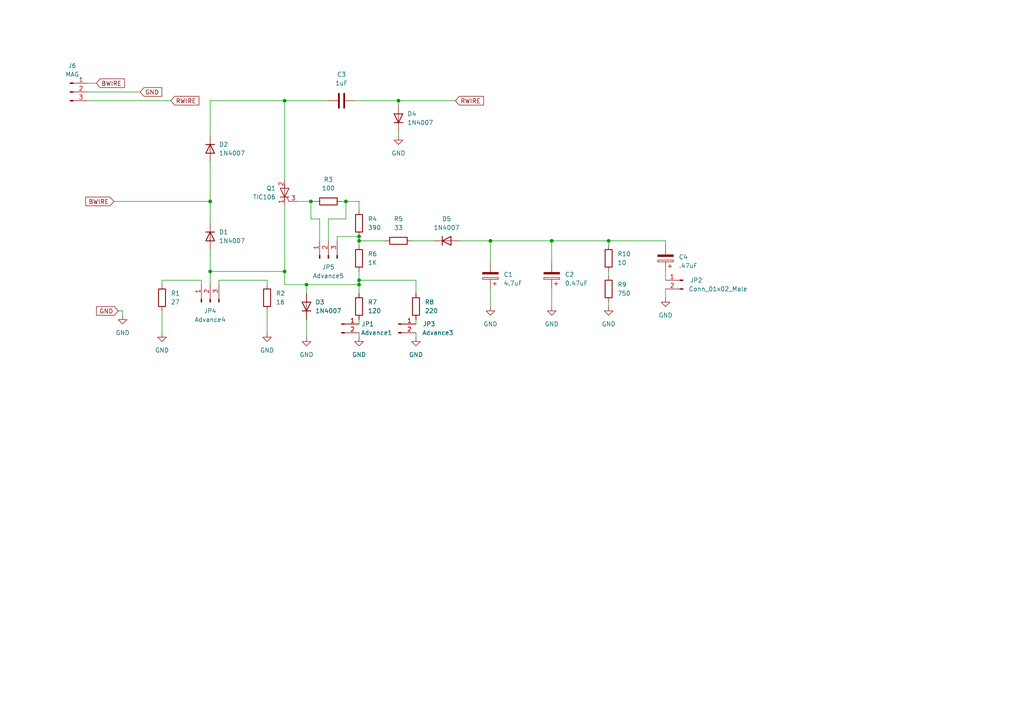
<source format=kicad_sch>
(kicad_sch (version 20230121) (generator eeschema)

  (uuid e63e39d7-6ac0-4ffd-8aa3-1841a4541b55)

  (paper "A4")

  (title_block
    (title "Mk1 THT")
    (date "2023-11-08")
    (rev "1")
    (company "MBI Ignitions")
  )

  (lib_symbols
    (symbol "Connector:Conn_01x02_Male" (pin_names (offset 1.016) hide) (in_bom yes) (on_board yes)
      (property "Reference" "J" (at 0 2.54 0)
        (effects (font (size 1.27 1.27)))
      )
      (property "Value" "Conn_01x02_Male" (at 0 -5.08 0)
        (effects (font (size 1.27 1.27)))
      )
      (property "Footprint" "" (at 0 0 0)
        (effects (font (size 1.27 1.27)) hide)
      )
      (property "Datasheet" "~" (at 0 0 0)
        (effects (font (size 1.27 1.27)) hide)
      )
      (property "ki_keywords" "connector" (at 0 0 0)
        (effects (font (size 1.27 1.27)) hide)
      )
      (property "ki_description" "Generic connector, single row, 01x02, script generated (kicad-library-utils/schlib/autogen/connector/)" (at 0 0 0)
        (effects (font (size 1.27 1.27)) hide)
      )
      (property "ki_fp_filters" "Connector*:*_1x??_*" (at 0 0 0)
        (effects (font (size 1.27 1.27)) hide)
      )
      (symbol "Conn_01x02_Male_1_1"
        (polyline
          (pts
            (xy 1.27 -2.54)
            (xy 0.8636 -2.54)
          )
          (stroke (width 0.1524) (type default))
          (fill (type none))
        )
        (polyline
          (pts
            (xy 1.27 0)
            (xy 0.8636 0)
          )
          (stroke (width 0.1524) (type default))
          (fill (type none))
        )
        (rectangle (start 0.8636 -2.413) (end 0 -2.667)
          (stroke (width 0.1524) (type default))
          (fill (type outline))
        )
        (rectangle (start 0.8636 0.127) (end 0 -0.127)
          (stroke (width 0.1524) (type default))
          (fill (type outline))
        )
        (pin passive line (at 5.08 0 180) (length 3.81)
          (name "Pin_1" (effects (font (size 1.27 1.27))))
          (number "1" (effects (font (size 1.27 1.27))))
        )
        (pin passive line (at 5.08 -2.54 180) (length 3.81)
          (name "Pin_2" (effects (font (size 1.27 1.27))))
          (number "2" (effects (font (size 1.27 1.27))))
        )
      )
    )
    (symbol "Connector:Conn_01x03_Male" (pin_names (offset 1.016) hide) (in_bom yes) (on_board yes)
      (property "Reference" "J" (at 0 5.08 0)
        (effects (font (size 1.27 1.27)))
      )
      (property "Value" "Conn_01x03_Male" (at 0 -5.08 0)
        (effects (font (size 1.27 1.27)))
      )
      (property "Footprint" "" (at 0 0 0)
        (effects (font (size 1.27 1.27)) hide)
      )
      (property "Datasheet" "~" (at 0 0 0)
        (effects (font (size 1.27 1.27)) hide)
      )
      (property "ki_keywords" "connector" (at 0 0 0)
        (effects (font (size 1.27 1.27)) hide)
      )
      (property "ki_description" "Generic connector, single row, 01x03, script generated (kicad-library-utils/schlib/autogen/connector/)" (at 0 0 0)
        (effects (font (size 1.27 1.27)) hide)
      )
      (property "ki_fp_filters" "Connector*:*_1x??_*" (at 0 0 0)
        (effects (font (size 1.27 1.27)) hide)
      )
      (symbol "Conn_01x03_Male_1_1"
        (polyline
          (pts
            (xy 1.27 -2.54)
            (xy 0.8636 -2.54)
          )
          (stroke (width 0.1524) (type default))
          (fill (type none))
        )
        (polyline
          (pts
            (xy 1.27 0)
            (xy 0.8636 0)
          )
          (stroke (width 0.1524) (type default))
          (fill (type none))
        )
        (polyline
          (pts
            (xy 1.27 2.54)
            (xy 0.8636 2.54)
          )
          (stroke (width 0.1524) (type default))
          (fill (type none))
        )
        (rectangle (start 0.8636 -2.413) (end 0 -2.667)
          (stroke (width 0.1524) (type default))
          (fill (type outline))
        )
        (rectangle (start 0.8636 0.127) (end 0 -0.127)
          (stroke (width 0.1524) (type default))
          (fill (type outline))
        )
        (rectangle (start 0.8636 2.667) (end 0 2.413)
          (stroke (width 0.1524) (type default))
          (fill (type outline))
        )
        (pin passive line (at 5.08 2.54 180) (length 3.81)
          (name "Pin_1" (effects (font (size 1.27 1.27))))
          (number "1" (effects (font (size 1.27 1.27))))
        )
        (pin passive line (at 5.08 0 180) (length 3.81)
          (name "Pin_2" (effects (font (size 1.27 1.27))))
          (number "2" (effects (font (size 1.27 1.27))))
        )
        (pin passive line (at 5.08 -2.54 180) (length 3.81)
          (name "Pin_3" (effects (font (size 1.27 1.27))))
          (number "3" (effects (font (size 1.27 1.27))))
        )
      )
    )
    (symbol "Device:C" (pin_numbers hide) (pin_names (offset 0.254)) (in_bom yes) (on_board yes)
      (property "Reference" "C" (at 0.635 2.54 0)
        (effects (font (size 1.27 1.27)) (justify left))
      )
      (property "Value" "C" (at 0.635 -2.54 0)
        (effects (font (size 1.27 1.27)) (justify left))
      )
      (property "Footprint" "" (at 0.9652 -3.81 0)
        (effects (font (size 1.27 1.27)) hide)
      )
      (property "Datasheet" "~" (at 0 0 0)
        (effects (font (size 1.27 1.27)) hide)
      )
      (property "ki_keywords" "cap capacitor" (at 0 0 0)
        (effects (font (size 1.27 1.27)) hide)
      )
      (property "ki_description" "Unpolarized capacitor" (at 0 0 0)
        (effects (font (size 1.27 1.27)) hide)
      )
      (property "ki_fp_filters" "C_*" (at 0 0 0)
        (effects (font (size 1.27 1.27)) hide)
      )
      (symbol "C_0_1"
        (polyline
          (pts
            (xy -2.032 -0.762)
            (xy 2.032 -0.762)
          )
          (stroke (width 0.508) (type default))
          (fill (type none))
        )
        (polyline
          (pts
            (xy -2.032 0.762)
            (xy 2.032 0.762)
          )
          (stroke (width 0.508) (type default))
          (fill (type none))
        )
      )
      (symbol "C_1_1"
        (pin passive line (at 0 3.81 270) (length 2.794)
          (name "~" (effects (font (size 1.27 1.27))))
          (number "1" (effects (font (size 1.27 1.27))))
        )
        (pin passive line (at 0 -3.81 90) (length 2.794)
          (name "~" (effects (font (size 1.27 1.27))))
          (number "2" (effects (font (size 1.27 1.27))))
        )
      )
    )
    (symbol "Device:C_Polarized" (pin_numbers hide) (pin_names (offset 0.254)) (in_bom yes) (on_board yes)
      (property "Reference" "C" (at 0.635 2.54 0)
        (effects (font (size 1.27 1.27)) (justify left))
      )
      (property "Value" "C_Polarized" (at 0.635 -2.54 0)
        (effects (font (size 1.27 1.27)) (justify left))
      )
      (property "Footprint" "" (at 0.9652 -3.81 0)
        (effects (font (size 1.27 1.27)) hide)
      )
      (property "Datasheet" "~" (at 0 0 0)
        (effects (font (size 1.27 1.27)) hide)
      )
      (property "ki_keywords" "cap capacitor" (at 0 0 0)
        (effects (font (size 1.27 1.27)) hide)
      )
      (property "ki_description" "Polarized capacitor" (at 0 0 0)
        (effects (font (size 1.27 1.27)) hide)
      )
      (property "ki_fp_filters" "CP_*" (at 0 0 0)
        (effects (font (size 1.27 1.27)) hide)
      )
      (symbol "C_Polarized_0_1"
        (rectangle (start -2.286 0.508) (end 2.286 1.016)
          (stroke (width 0) (type default))
          (fill (type none))
        )
        (polyline
          (pts
            (xy -1.778 2.286)
            (xy -0.762 2.286)
          )
          (stroke (width 0) (type default))
          (fill (type none))
        )
        (polyline
          (pts
            (xy -1.27 2.794)
            (xy -1.27 1.778)
          )
          (stroke (width 0) (type default))
          (fill (type none))
        )
        (rectangle (start 2.286 -0.508) (end -2.286 -1.016)
          (stroke (width 0) (type default))
          (fill (type outline))
        )
      )
      (symbol "C_Polarized_1_1"
        (pin passive line (at 0 3.81 270) (length 2.794)
          (name "~" (effects (font (size 1.27 1.27))))
          (number "1" (effects (font (size 1.27 1.27))))
        )
        (pin passive line (at 0 -3.81 90) (length 2.794)
          (name "~" (effects (font (size 1.27 1.27))))
          (number "2" (effects (font (size 1.27 1.27))))
        )
      )
    )
    (symbol "Device:R" (pin_numbers hide) (pin_names (offset 0)) (in_bom yes) (on_board yes)
      (property "Reference" "R" (at 2.032 0 90)
        (effects (font (size 1.27 1.27)))
      )
      (property "Value" "R" (at 0 0 90)
        (effects (font (size 1.27 1.27)))
      )
      (property "Footprint" "" (at -1.778 0 90)
        (effects (font (size 1.27 1.27)) hide)
      )
      (property "Datasheet" "~" (at 0 0 0)
        (effects (font (size 1.27 1.27)) hide)
      )
      (property "ki_keywords" "R res resistor" (at 0 0 0)
        (effects (font (size 1.27 1.27)) hide)
      )
      (property "ki_description" "Resistor" (at 0 0 0)
        (effects (font (size 1.27 1.27)) hide)
      )
      (property "ki_fp_filters" "R_*" (at 0 0 0)
        (effects (font (size 1.27 1.27)) hide)
      )
      (symbol "R_0_1"
        (rectangle (start -1.016 -2.54) (end 1.016 2.54)
          (stroke (width 0.254) (type default))
          (fill (type none))
        )
      )
      (symbol "R_1_1"
        (pin passive line (at 0 3.81 270) (length 1.27)
          (name "~" (effects (font (size 1.27 1.27))))
          (number "1" (effects (font (size 1.27 1.27))))
        )
        (pin passive line (at 0 -3.81 90) (length 1.27)
          (name "~" (effects (font (size 1.27 1.27))))
          (number "2" (effects (font (size 1.27 1.27))))
        )
      )
    )
    (symbol "Diode:1N4007" (pin_numbers hide) (pin_names (offset 1.016) hide) (in_bom yes) (on_board yes)
      (property "Reference" "D" (at 0 2.54 0)
        (effects (font (size 1.27 1.27)))
      )
      (property "Value" "1N4007" (at 0 -2.54 0)
        (effects (font (size 1.27 1.27)))
      )
      (property "Footprint" "Diode_THT:D_DO-41_SOD81_P10.16mm_Horizontal" (at 0 -4.445 0)
        (effects (font (size 1.27 1.27)) hide)
      )
      (property "Datasheet" "http://www.vishay.com/docs/88503/1n4001.pdf" (at 0 0 0)
        (effects (font (size 1.27 1.27)) hide)
      )
      (property "ki_keywords" "diode" (at 0 0 0)
        (effects (font (size 1.27 1.27)) hide)
      )
      (property "ki_description" "1000V 1A General Purpose Rectifier Diode, DO-41" (at 0 0 0)
        (effects (font (size 1.27 1.27)) hide)
      )
      (property "ki_fp_filters" "D*DO?41*" (at 0 0 0)
        (effects (font (size 1.27 1.27)) hide)
      )
      (symbol "1N4007_0_1"
        (polyline
          (pts
            (xy -1.27 1.27)
            (xy -1.27 -1.27)
          )
          (stroke (width 0.254) (type default))
          (fill (type none))
        )
        (polyline
          (pts
            (xy 1.27 0)
            (xy -1.27 0)
          )
          (stroke (width 0) (type default))
          (fill (type none))
        )
        (polyline
          (pts
            (xy 1.27 1.27)
            (xy 1.27 -1.27)
            (xy -1.27 0)
            (xy 1.27 1.27)
          )
          (stroke (width 0.254) (type default))
          (fill (type none))
        )
      )
      (symbol "1N4007_1_1"
        (pin passive line (at -3.81 0 0) (length 2.54)
          (name "K" (effects (font (size 1.27 1.27))))
          (number "1" (effects (font (size 1.27 1.27))))
        )
        (pin passive line (at 3.81 0 180) (length 2.54)
          (name "A" (effects (font (size 1.27 1.27))))
          (number "2" (effects (font (size 1.27 1.27))))
        )
      )
    )
    (symbol "Triac_Thyristor:TIC106" (pin_names (offset 0) hide) (in_bom yes) (on_board yes)
      (property "Reference" "Q" (at 2.54 1.905 0)
        (effects (font (size 1.27 1.27)) (justify left))
      )
      (property "Value" "TIC106" (at 2.54 0 0)
        (effects (font (size 1.27 1.27)) (justify left))
      )
      (property "Footprint" "Package_TO_SOT_THT:TO-220-3_Vertical" (at 2.54 -1.905 0)
        (effects (font (size 1.27 1.27) italic) (justify left) hide)
      )
      (property "Datasheet" "http://pdf.datasheetcatalog.com/datasheet/PowerInnovations/mXyzrtvs.pdf" (at 0 0 0)
        (effects (font (size 1.27 1.27)) (justify left) hide)
      )
      (property "ki_keywords" "thyristor" (at 0 0 0)
        (effects (font (size 1.27 1.27)) hide)
      )
      (property "ki_description" "5A Ion, 400-800V Voff, Silicon Controlled Rectifier (Thyristor), TO-220" (at 0 0 0)
        (effects (font (size 1.27 1.27)) hide)
      )
      (property "ki_fp_filters" "TO?220*" (at 0 0 0)
        (effects (font (size 1.27 1.27)) hide)
      )
      (symbol "TIC106_0_1"
        (polyline
          (pts
            (xy -1.27 -2.54)
            (xy -0.635 -1.27)
          )
          (stroke (width 0) (type default))
          (fill (type none))
        )
        (polyline
          (pts
            (xy -1.27 -1.27)
            (xy 1.27 -1.27)
          )
          (stroke (width 0.2032) (type default))
          (fill (type none))
        )
        (polyline
          (pts
            (xy 0 -2.54)
            (xy 0 2.54)
          )
          (stroke (width 0) (type default))
          (fill (type none))
        )
        (polyline
          (pts
            (xy -1.27 1.27)
            (xy 1.27 1.27)
            (xy 0 -1.27)
            (xy -1.27 1.27)
          )
          (stroke (width 0.2032) (type default))
          (fill (type none))
        )
      )
      (symbol "TIC106_1_1"
        (pin passive line (at 0 -3.81 90) (length 2.54)
          (name "K" (effects (font (size 1.27 1.27))))
          (number "1" (effects (font (size 1.27 1.27))))
        )
        (pin passive line (at 0 3.81 270) (length 2.54)
          (name "A" (effects (font (size 1.27 1.27))))
          (number "2" (effects (font (size 1.27 1.27))))
        )
        (pin input line (at -3.81 -2.54 0) (length 2.54)
          (name "G" (effects (font (size 1.27 1.27))))
          (number "3" (effects (font (size 1.27 1.27))))
        )
      )
    )
    (symbol "power:GND" (power) (pin_names (offset 0)) (in_bom yes) (on_board yes)
      (property "Reference" "#PWR" (at 0 -6.35 0)
        (effects (font (size 1.27 1.27)) hide)
      )
      (property "Value" "GND" (at 0 -3.81 0)
        (effects (font (size 1.27 1.27)))
      )
      (property "Footprint" "" (at 0 0 0)
        (effects (font (size 1.27 1.27)) hide)
      )
      (property "Datasheet" "" (at 0 0 0)
        (effects (font (size 1.27 1.27)) hide)
      )
      (property "ki_keywords" "power-flag" (at 0 0 0)
        (effects (font (size 1.27 1.27)) hide)
      )
      (property "ki_description" "Power symbol creates a global label with name \"GND\" , ground" (at 0 0 0)
        (effects (font (size 1.27 1.27)) hide)
      )
      (symbol "GND_0_1"
        (polyline
          (pts
            (xy 0 0)
            (xy 0 -1.27)
            (xy 1.27 -1.27)
            (xy 0 -2.54)
            (xy -1.27 -1.27)
            (xy 0 -1.27)
          )
          (stroke (width 0) (type default))
          (fill (type none))
        )
      )
      (symbol "GND_1_1"
        (pin power_in line (at 0 0 270) (length 0) hide
          (name "GND" (effects (font (size 1.27 1.27))))
          (number "1" (effects (font (size 1.27 1.27))))
        )
      )
    )
  )

  (junction (at 104.14 81.28) (diameter 0) (color 0 0 0 0)
    (uuid 08bb53dd-856b-4e69-9861-7a6c3ed97dd0)
  )
  (junction (at 90.17 58.42) (diameter 0) (color 0 0 0 0)
    (uuid 2524b2b9-3d7f-456c-9981-497866f82452)
  )
  (junction (at 104.14 69.85) (diameter 0) (color 0 0 0 0)
    (uuid 29226eb3-4525-425b-8063-c24fc0626953)
  )
  (junction (at 82.55 29.21) (diameter 0) (color 0 0 0 0)
    (uuid 415cf57a-0d44-4d16-af36-472bcc01eccb)
  )
  (junction (at 115.57 29.21) (diameter 0) (color 0 0 0 0)
    (uuid 5c46ba13-cf0e-4335-b34e-9ec442511509)
  )
  (junction (at 104.14 82.55) (diameter 0) (color 0 0 0 0)
    (uuid 5d41b832-6aa9-4da9-9d05-a22b1df93fc6)
  )
  (junction (at 82.55 78.74) (diameter 0) (color 0 0 0 0)
    (uuid 6bcae9cc-bd52-4f97-82ef-304a9a747f94)
  )
  (junction (at 100.33 58.42) (diameter 0) (color 0 0 0 0)
    (uuid 78ef2e39-d8d5-4cb2-88fc-007e96c7bf12)
  )
  (junction (at 142.24 69.85) (diameter 0) (color 0 0 0 0)
    (uuid 919f09ab-53af-49d3-b281-5a896390a598)
  )
  (junction (at 60.96 58.42) (diameter 0) (color 0 0 0 0)
    (uuid 981f8569-562f-41cc-a1e4-d41b71ea4fa6)
  )
  (junction (at 60.96 78.74) (diameter 0) (color 0 0 0 0)
    (uuid a456bd40-b2fd-424c-b931-b7b320bd8eee)
  )
  (junction (at 88.9 82.55) (diameter 0) (color 0 0 0 0)
    (uuid ac426d35-7004-4220-a697-1347ebd6934b)
  )
  (junction (at 160.02 69.85) (diameter 0) (color 0 0 0 0)
    (uuid e9a1f318-9a2e-4617-ba69-4656cc7e3665)
  )
  (junction (at 176.53 69.85) (diameter 0) (color 0 0 0 0)
    (uuid f3d8ee43-5fa6-4e21-a46d-4ba79acb442c)
  )
  (junction (at 104.14 68.58) (diameter 0) (color 0 0 0 0)
    (uuid f4682859-9562-4d72-9593-87532bee22e4)
  )

  (wire (pts (xy 88.9 85.09) (xy 88.9 82.55))
    (stroke (width 0) (type default))
    (uuid 0537c5a3-a583-48e1-a5c6-2c9e6ceea5bb)
  )
  (wire (pts (xy 115.57 29.21) (xy 132.08 29.21))
    (stroke (width 0) (type default))
    (uuid 08efd7c2-7f3c-4883-a91c-3ef1e05c9fd7)
  )
  (wire (pts (xy 60.96 78.74) (xy 60.96 82.55))
    (stroke (width 0) (type default))
    (uuid 100d2a3a-3563-41d1-8d8a-ddb39323c253)
  )
  (wire (pts (xy 193.04 83.82) (xy 193.04 86.36))
    (stroke (width 0) (type default))
    (uuid 1c7b3c05-5195-44ef-be80-656f15500e23)
  )
  (wire (pts (xy 120.65 81.28) (xy 104.14 81.28))
    (stroke (width 0) (type default))
    (uuid 1ee6f22c-79bb-4b5c-a94c-939f34e6fc8b)
  )
  (wire (pts (xy 82.55 78.74) (xy 60.96 78.74))
    (stroke (width 0) (type default))
    (uuid 1f095f88-a709-4dce-b0ed-23ea45ee11aa)
  )
  (wire (pts (xy 104.14 58.42) (xy 104.14 60.96))
    (stroke (width 0) (type default))
    (uuid 22ebc81a-71c9-40c4-8357-147478daea7e)
  )
  (wire (pts (xy 86.36 58.42) (xy 90.17 58.42))
    (stroke (width 0) (type default))
    (uuid 272859df-c494-431c-b746-71a545c0780a)
  )
  (wire (pts (xy 142.24 83.82) (xy 142.24 88.9))
    (stroke (width 0) (type default))
    (uuid 2f61e1ed-f92a-4c01-b0f5-09b1fac7d80f)
  )
  (wire (pts (xy 160.02 69.85) (xy 142.24 69.85))
    (stroke (width 0) (type default))
    (uuid 348e2c91-b1d9-41ac-bbdf-65fbda7d3c26)
  )
  (wire (pts (xy 46.99 81.28) (xy 46.99 82.55))
    (stroke (width 0) (type default))
    (uuid 34a59f7a-c4ec-4564-aa74-0adb6eabfc06)
  )
  (wire (pts (xy 60.96 46.99) (xy 60.96 58.42))
    (stroke (width 0) (type default))
    (uuid 354b8a5b-138c-4f2f-8300-726321cf9060)
  )
  (wire (pts (xy 77.47 81.28) (xy 77.47 82.55))
    (stroke (width 0) (type default))
    (uuid 3aaea648-67e1-4fbd-8e77-7255f9ebebbc)
  )
  (wire (pts (xy 104.14 68.58) (xy 104.14 69.85))
    (stroke (width 0) (type default))
    (uuid 3eb5f7bf-a0b8-4780-933f-1922df61dce8)
  )
  (wire (pts (xy 82.55 82.55) (xy 88.9 82.55))
    (stroke (width 0) (type default))
    (uuid 3fcf191e-cd72-42e4-a9e1-c98dad5e982c)
  )
  (wire (pts (xy 193.04 78.74) (xy 193.04 81.28))
    (stroke (width 0) (type default))
    (uuid 40ee4692-ebfa-4aaa-b6e0-e15ddaea5117)
  )
  (wire (pts (xy 46.99 81.28) (xy 58.42 81.28))
    (stroke (width 0) (type default))
    (uuid 4a2af162-5e8b-4c17-863a-edae437d2b10)
  )
  (wire (pts (xy 88.9 92.71) (xy 88.9 97.79))
    (stroke (width 0) (type default))
    (uuid 4d66300c-3495-421b-8ca9-c5b37f23ca9c)
  )
  (wire (pts (xy 92.71 63.5) (xy 92.71 69.85))
    (stroke (width 0) (type default))
    (uuid 5a640023-88e2-4f98-bd07-d97bd70b41d8)
  )
  (wire (pts (xy 90.17 63.5) (xy 92.71 63.5))
    (stroke (width 0) (type default))
    (uuid 5c5b62f9-2b76-4a48-a7d1-ad7b3ca7989c)
  )
  (wire (pts (xy 88.9 82.55) (xy 104.14 82.55))
    (stroke (width 0) (type default))
    (uuid 5f108eeb-da04-4211-bd6d-02e0c960d5ad)
  )
  (wire (pts (xy 25.4 29.21) (xy 49.53 29.21))
    (stroke (width 0) (type default))
    (uuid 63067516-09ff-46d3-a09e-8b597ee33058)
  )
  (wire (pts (xy 133.35 69.85) (xy 142.24 69.85))
    (stroke (width 0) (type default))
    (uuid 64635a7e-8b71-48f5-ab9a-492a01624a57)
  )
  (wire (pts (xy 120.65 96.52) (xy 120.65 97.79))
    (stroke (width 0) (type default))
    (uuid 67191f1b-4532-4e2e-9d74-a1cae80b4f93)
  )
  (wire (pts (xy 60.96 29.21) (xy 82.55 29.21))
    (stroke (width 0) (type default))
    (uuid 693ba95c-27c2-4b5a-a27b-ea8d5f09c0cb)
  )
  (wire (pts (xy 33.02 58.42) (xy 60.96 58.42))
    (stroke (width 0) (type default))
    (uuid 69beb253-1edb-4d8c-b39a-5dd3a1ac1ed7)
  )
  (wire (pts (xy 104.14 69.85) (xy 104.14 71.12))
    (stroke (width 0) (type default))
    (uuid 6a402003-a8da-448b-a90b-2924a583bcf0)
  )
  (wire (pts (xy 160.02 76.2) (xy 160.02 69.85))
    (stroke (width 0) (type default))
    (uuid 6dc3ad49-d3d6-4405-9a4b-b3f5b8c109c4)
  )
  (wire (pts (xy 60.96 39.37) (xy 60.96 29.21))
    (stroke (width 0) (type default))
    (uuid 6f3ed25c-c714-4437-bcc3-8ac943d0a8c2)
  )
  (wire (pts (xy 176.53 71.12) (xy 176.53 69.85))
    (stroke (width 0) (type default))
    (uuid 7478ade3-301d-4b9b-87eb-80a615a2e5b1)
  )
  (wire (pts (xy 77.47 90.17) (xy 77.47 96.52))
    (stroke (width 0) (type default))
    (uuid 77420970-50ca-44b8-b52d-e6a5e3c4e38c)
  )
  (wire (pts (xy 35.56 91.44) (xy 35.56 90.17))
    (stroke (width 0) (type default))
    (uuid 77d230a9-ea0e-4594-a645-c98db75d696f)
  )
  (wire (pts (xy 120.65 85.09) (xy 120.65 81.28))
    (stroke (width 0) (type default))
    (uuid 7c3c2651-a9b8-423c-8fb0-2565bba1c385)
  )
  (wire (pts (xy 104.14 69.85) (xy 111.76 69.85))
    (stroke (width 0) (type default))
    (uuid 7ca9cd29-4a94-4903-a29a-c24732713a3b)
  )
  (wire (pts (xy 120.65 92.71) (xy 120.65 93.98))
    (stroke (width 0) (type default))
    (uuid 80f2a9e8-97d2-44f9-8622-3711f76b835f)
  )
  (wire (pts (xy 115.57 38.1) (xy 115.57 39.37))
    (stroke (width 0) (type default))
    (uuid 836403ba-e585-413a-afc5-c54d620ab8a3)
  )
  (wire (pts (xy 35.56 90.17) (xy 34.29 90.17))
    (stroke (width 0) (type default))
    (uuid 8463facc-567e-4b8a-8185-0ffe3faa92fc)
  )
  (wire (pts (xy 176.53 87.63) (xy 176.53 88.9))
    (stroke (width 0) (type default))
    (uuid 86a3bb58-3873-495a-9a37-bcf68c7e01a4)
  )
  (wire (pts (xy 25.4 26.67) (xy 40.64 26.67))
    (stroke (width 0) (type default))
    (uuid 893100b4-a996-4cea-9ffe-5350292e949c)
  )
  (wire (pts (xy 82.55 78.74) (xy 82.55 82.55))
    (stroke (width 0) (type default))
    (uuid 8b05e9fa-9931-4d5e-b6ef-45efb4e85719)
  )
  (wire (pts (xy 160.02 69.85) (xy 176.53 69.85))
    (stroke (width 0) (type default))
    (uuid 8df4500c-6b68-41ee-b67f-0e3b6a30f53e)
  )
  (wire (pts (xy 63.5 81.28) (xy 77.47 81.28))
    (stroke (width 0) (type default))
    (uuid 900e001e-4c1c-424c-843d-edd5c90703ca)
  )
  (wire (pts (xy 82.55 29.21) (xy 95.25 29.21))
    (stroke (width 0) (type default))
    (uuid 9a6bd492-f3a3-4b76-b226-9602a55c3b30)
  )
  (wire (pts (xy 95.25 63.5) (xy 100.33 63.5))
    (stroke (width 0) (type default))
    (uuid 9c543b4f-5e1d-4095-989a-42b0ea8382e3)
  )
  (wire (pts (xy 60.96 72.39) (xy 60.96 78.74))
    (stroke (width 0) (type default))
    (uuid 9cdd97d9-7291-4a07-b639-9cd8d6253b99)
  )
  (wire (pts (xy 100.33 58.42) (xy 104.14 58.42))
    (stroke (width 0) (type default))
    (uuid 9ceb37bf-73fe-49d8-8ca5-f5b71c088f0e)
  )
  (wire (pts (xy 102.87 29.21) (xy 115.57 29.21))
    (stroke (width 0) (type default))
    (uuid a1e013cf-0190-4b88-b012-68d1f61146f6)
  )
  (wire (pts (xy 90.17 58.42) (xy 91.44 58.42))
    (stroke (width 0) (type default))
    (uuid ac703b3d-00da-4298-a344-381a652b903f)
  )
  (wire (pts (xy 90.17 63.5) (xy 90.17 58.42))
    (stroke (width 0) (type default))
    (uuid ad7ba4d6-7339-4294-8113-93f24e9427f7)
  )
  (wire (pts (xy 104.14 82.55) (xy 104.14 85.09))
    (stroke (width 0) (type default))
    (uuid b149fc09-c90c-4709-956b-e9f3d6883907)
  )
  (wire (pts (xy 82.55 29.21) (xy 82.55 52.07))
    (stroke (width 0) (type default))
    (uuid b2c1399b-afc9-4226-975a-d8ebf5e268a3)
  )
  (wire (pts (xy 97.79 68.58) (xy 97.79 69.85))
    (stroke (width 0) (type default))
    (uuid b3cad2e3-63e9-45be-ac0a-7ee45baf8659)
  )
  (wire (pts (xy 25.4 24.13) (xy 27.94 24.13))
    (stroke (width 0) (type default))
    (uuid b4d3eda0-bbbf-4d05-a346-6066858d5301)
  )
  (wire (pts (xy 95.25 69.85) (xy 95.25 63.5))
    (stroke (width 0) (type default))
    (uuid b6bce885-9947-489e-adc1-1884da8bdac2)
  )
  (wire (pts (xy 160.02 83.82) (xy 160.02 88.9))
    (stroke (width 0) (type default))
    (uuid bb49b0a3-600a-47ad-af53-30b84489393c)
  )
  (wire (pts (xy 176.53 69.85) (xy 193.04 69.85))
    (stroke (width 0) (type default))
    (uuid bc55d8bd-a971-4d00-8c2c-cd2b47701f2a)
  )
  (wire (pts (xy 60.96 58.42) (xy 60.96 64.77))
    (stroke (width 0) (type default))
    (uuid c3be8d3c-ad3a-43f7-b165-990906640bda)
  )
  (wire (pts (xy 104.14 96.52) (xy 104.14 97.79))
    (stroke (width 0) (type default))
    (uuid ca615888-772d-4f71-905e-1ff8f35ffe19)
  )
  (wire (pts (xy 104.14 68.58) (xy 97.79 68.58))
    (stroke (width 0) (type default))
    (uuid cb647754-d9d7-4a23-b6f8-e09a0805f7cf)
  )
  (wire (pts (xy 100.33 63.5) (xy 100.33 58.42))
    (stroke (width 0) (type default))
    (uuid cced5a03-6d56-4112-86da-d3c645304007)
  )
  (wire (pts (xy 58.42 81.28) (xy 58.42 82.55))
    (stroke (width 0) (type default))
    (uuid cec4c117-84c0-4b7d-8498-537ba54f2273)
  )
  (wire (pts (xy 104.14 78.74) (xy 104.14 81.28))
    (stroke (width 0) (type default))
    (uuid d11817dd-6104-4a73-adce-c1b3480d3b0f)
  )
  (wire (pts (xy 119.38 69.85) (xy 125.73 69.85))
    (stroke (width 0) (type default))
    (uuid d93a0a44-12e3-4a8c-86fd-656af26780a9)
  )
  (wire (pts (xy 115.57 30.48) (xy 115.57 29.21))
    (stroke (width 0) (type default))
    (uuid dc34bb03-ccd0-4c00-a0bc-2547bfaab076)
  )
  (wire (pts (xy 99.06 58.42) (xy 100.33 58.42))
    (stroke (width 0) (type default))
    (uuid dc367443-17a3-41ae-ba40-2627f78ae274)
  )
  (wire (pts (xy 176.53 78.74) (xy 176.53 80.01))
    (stroke (width 0) (type default))
    (uuid e51e5768-e1af-448e-8d73-2a64bafc6c39)
  )
  (wire (pts (xy 104.14 92.71) (xy 104.14 93.98))
    (stroke (width 0) (type default))
    (uuid ef993166-8ba4-4c7b-b55c-8d21e0083204)
  )
  (wire (pts (xy 63.5 81.28) (xy 63.5 82.55))
    (stroke (width 0) (type default))
    (uuid f4658d60-35ea-4ebe-ae89-fa5cda2a68b9)
  )
  (wire (pts (xy 46.99 90.17) (xy 46.99 96.52))
    (stroke (width 0) (type default))
    (uuid f4e3c329-5fff-48f4-a24e-60d0704c077f)
  )
  (wire (pts (xy 104.14 81.28) (xy 104.14 82.55))
    (stroke (width 0) (type default))
    (uuid f5e2664c-3ab2-495b-961b-fa1e4d268ae4)
  )
  (wire (pts (xy 142.24 69.85) (xy 142.24 76.2))
    (stroke (width 0) (type default))
    (uuid f87b1f2f-feb4-4e0c-875b-89f9c672c08a)
  )
  (wire (pts (xy 82.55 59.69) (xy 82.55 78.74))
    (stroke (width 0) (type default))
    (uuid fa473602-638f-4961-9145-f5eea19015cd)
  )
  (wire (pts (xy 193.04 69.85) (xy 193.04 71.12))
    (stroke (width 0) (type default))
    (uuid fb700915-5565-47c6-8e8d-ce65bef069f2)
  )

  (global_label "RWIRE" (shape input) (at 49.53 29.21 0) (fields_autoplaced)
    (effects (font (size 1.27 1.27)) (justify left))
    (uuid 007e62dd-dad9-49b3-8767-9f6e4e729f6d)
    (property "Intersheetrefs" "${INTERSHEET_REFS}" (at 57.6883 29.1306 0)
      (effects (font (size 1.27 1.27)) (justify left) hide)
    )
  )
  (global_label "BWIRE" (shape input) (at 27.94 24.13 0) (fields_autoplaced)
    (effects (font (size 1.27 1.27)) (justify left))
    (uuid 25cd43ac-fc7f-43f9-b2a5-fb3464325031)
    (property "Intersheetrefs" "${INTERSHEET_REFS}" (at 36.0983 24.0506 0)
      (effects (font (size 1.27 1.27)) (justify left) hide)
    )
  )
  (global_label "GND" (shape input) (at 34.29 90.17 180) (fields_autoplaced)
    (effects (font (size 1.27 1.27)) (justify right))
    (uuid 3e2733b2-429a-48e0-a5f6-9bc75cea3fb3)
    (property "Intersheetrefs" "${INTERSHEET_REFS}" (at 28.0064 90.0906 0)
      (effects (font (size 1.27 1.27)) (justify right) hide)
    )
  )
  (global_label "RWIRE" (shape input) (at 132.08 29.21 0) (fields_autoplaced)
    (effects (font (size 1.27 1.27)) (justify left))
    (uuid 6bf4c0c7-c5f7-4e5b-8e36-5e8d487da6fc)
    (property "Intersheetrefs" "${INTERSHEET_REFS}" (at 140.2383 29.1306 0)
      (effects (font (size 1.27 1.27)) (justify left) hide)
    )
  )
  (global_label "GND" (shape input) (at 40.64 26.67 0) (fields_autoplaced)
    (effects (font (size 1.27 1.27)) (justify left))
    (uuid 91c1562d-149a-43c0-b684-e1b3ada041d3)
    (property "Intersheetrefs" "${INTERSHEET_REFS}" (at 46.9236 26.5906 0)
      (effects (font (size 1.27 1.27)) (justify left) hide)
    )
  )
  (global_label "BWIRE" (shape input) (at 33.02 58.42 180) (fields_autoplaced)
    (effects (font (size 1.27 1.27)) (justify right))
    (uuid fdbeb6f2-ee7c-43eb-840b-d8ad9458d56d)
    (property "Intersheetrefs" "${INTERSHEET_REFS}" (at 24.8617 58.3406 0)
      (effects (font (size 1.27 1.27)) (justify right) hide)
    )
  )

  (symbol (lib_id "power:GND") (at 88.9 97.79 0) (unit 1)
    (in_bom yes) (on_board yes) (dnp no) (fields_autoplaced)
    (uuid 0124f71c-eae5-486f-bc06-196b60caf1a1)
    (property "Reference" "#PWR0110" (at 88.9 104.14 0)
      (effects (font (size 1.27 1.27)) hide)
    )
    (property "Value" "GND" (at 88.9 102.87 0)
      (effects (font (size 1.27 1.27)))
    )
    (property "Footprint" "" (at 88.9 97.79 0)
      (effects (font (size 1.27 1.27)) hide)
    )
    (property "Datasheet" "" (at 88.9 97.79 0)
      (effects (font (size 1.27 1.27)) hide)
    )
    (pin "1" (uuid 2fddd8b0-9cc9-4898-9829-b714daf260f8))
    (instances
      (project "Mk1CDI"
        (path "/e63e39d7-6ac0-4ffd-8aa3-1841a4541b55"
          (reference "#PWR0110") (unit 1)
        )
      )
    )
  )

  (symbol (lib_id "Connector:Conn_01x03_Male") (at 95.25 74.93 90) (unit 1)
    (in_bom yes) (on_board yes) (dnp no) (fields_autoplaced)
    (uuid 18ef2588-0d8d-4d81-a8a7-07ff73311e38)
    (property "Reference" "JP5" (at 95.25 77.47 90)
      (effects (font (size 1.27 1.27)))
    )
    (property "Value" "Advance5" (at 95.25 80.01 90)
      (effects (font (size 1.27 1.27)))
    )
    (property "Footprint" "Connector_PinHeader_2.54mm:PinHeader_1x03_P2.54mm_Vertical" (at 95.25 74.93 0)
      (effects (font (size 1.27 1.27)) hide)
    )
    (property "Datasheet" "~" (at 95.25 74.93 0)
      (effects (font (size 1.27 1.27)) hide)
    )
    (pin "1" (uuid 3c2f7bc9-11cc-4657-81dc-c7368b59652b))
    (pin "2" (uuid 60b6144a-b98b-4982-931d-771d6c77092f))
    (pin "3" (uuid 64e4856a-ab29-4f74-ab8f-7c8f905d3678))
    (instances
      (project "Mk1CDI"
        (path "/e63e39d7-6ac0-4ffd-8aa3-1841a4541b55"
          (reference "JP5") (unit 1)
        )
      )
    )
  )

  (symbol (lib_id "Connector:Conn_01x02_Male") (at 99.06 93.98 0) (unit 1)
    (in_bom yes) (on_board yes) (dnp no)
    (uuid 1bb3fa50-fee5-4479-9524-c79db9559c53)
    (property "Reference" "JP1" (at 106.68 93.98 0)
      (effects (font (size 1.27 1.27)))
    )
    (property "Value" "Advance1" (at 109.22 96.52 0)
      (effects (font (size 1.27 1.27)))
    )
    (property "Footprint" "Connector_PinHeader_2.54mm:PinHeader_1x02_P2.54mm_Vertical" (at 99.06 93.98 0)
      (effects (font (size 1.27 1.27)) hide)
    )
    (property "Datasheet" "~" (at 99.06 93.98 0)
      (effects (font (size 1.27 1.27)) hide)
    )
    (pin "1" (uuid 5b6b8dbc-65b5-402d-bec9-7c7b9a4d8cd5))
    (pin "2" (uuid c1bb5c39-0d91-45e2-b2b5-6c3a2000cd2e))
    (instances
      (project "Mk1CDI"
        (path "/e63e39d7-6ac0-4ffd-8aa3-1841a4541b55"
          (reference "JP1") (unit 1)
        )
      )
    )
  )

  (symbol (lib_id "power:GND") (at 160.02 88.9 0) (unit 1)
    (in_bom yes) (on_board yes) (dnp no) (fields_autoplaced)
    (uuid 21d8b291-d4bf-453d-b96f-fbb72581dccc)
    (property "Reference" "#PWR0105" (at 160.02 95.25 0)
      (effects (font (size 1.27 1.27)) hide)
    )
    (property "Value" "GND" (at 160.02 93.98 0)
      (effects (font (size 1.27 1.27)))
    )
    (property "Footprint" "" (at 160.02 88.9 0)
      (effects (font (size 1.27 1.27)) hide)
    )
    (property "Datasheet" "" (at 160.02 88.9 0)
      (effects (font (size 1.27 1.27)) hide)
    )
    (pin "1" (uuid 4d684d72-b8f6-4c36-87fc-0cf97e1334d4))
    (instances
      (project "Mk1CDI"
        (path "/e63e39d7-6ac0-4ffd-8aa3-1841a4541b55"
          (reference "#PWR0105") (unit 1)
        )
      )
    )
  )

  (symbol (lib_id "Device:R") (at 176.53 74.93 180) (unit 1)
    (in_bom yes) (on_board yes) (dnp no) (fields_autoplaced)
    (uuid 22c59815-9d35-4ac7-962e-eeb16c0fa3b3)
    (property "Reference" "R10" (at 179.07 73.6599 0)
      (effects (font (size 1.27 1.27)) (justify right))
    )
    (property "Value" "10" (at 179.07 76.1999 0)
      (effects (font (size 1.27 1.27)) (justify right))
    )
    (property "Footprint" "Resistor_THT:R_Axial_DIN0207_L6.3mm_D2.5mm_P10.16mm_Horizontal" (at 178.308 74.93 90)
      (effects (font (size 1.27 1.27)) hide)
    )
    (property "Datasheet" "~" (at 176.53 74.93 0)
      (effects (font (size 1.27 1.27)) hide)
    )
    (pin "1" (uuid cdd4ce57-2b09-4a98-8b90-c7c0c63c5a7b))
    (pin "2" (uuid 2e989e21-a1e8-42fb-88bc-90b86bc3c254))
    (instances
      (project "Mk1CDI"
        (path "/e63e39d7-6ac0-4ffd-8aa3-1841a4541b55"
          (reference "R10") (unit 1)
        )
      )
    )
  )

  (symbol (lib_id "Diode:1N4007") (at 60.96 68.58 270) (unit 1)
    (in_bom yes) (on_board yes) (dnp no) (fields_autoplaced)
    (uuid 2dc3e3f9-4b13-4051-a201-8af13b42920c)
    (property "Reference" "D1" (at 63.5 67.3099 90)
      (effects (font (size 1.27 1.27)) (justify left))
    )
    (property "Value" "1N4007" (at 63.5 69.8499 90)
      (effects (font (size 1.27 1.27)) (justify left))
    )
    (property "Footprint" "Diode_THT:D_DO-41_SOD81_P10.16mm_Horizontal" (at 56.515 68.58 0)
      (effects (font (size 1.27 1.27)) hide)
    )
    (property "Datasheet" "http://www.vishay.com/docs/88503/1n4001.pdf" (at 60.96 68.58 0)
      (effects (font (size 1.27 1.27)) hide)
    )
    (pin "1" (uuid 28116a65-8136-49d2-b890-3748c3d7a184))
    (pin "2" (uuid 40742026-ea4c-43e3-8e94-6eac2f43017c))
    (instances
      (project "Mk1CDI"
        (path "/e63e39d7-6ac0-4ffd-8aa3-1841a4541b55"
          (reference "D1") (unit 1)
        )
      )
    )
  )

  (symbol (lib_id "power:GND") (at 176.53 88.9 0) (unit 1)
    (in_bom yes) (on_board yes) (dnp no) (fields_autoplaced)
    (uuid 400c4638-f3f6-4121-97b1-721d4b113b2b)
    (property "Reference" "#PWR0106" (at 176.53 95.25 0)
      (effects (font (size 1.27 1.27)) hide)
    )
    (property "Value" "GND" (at 176.53 93.98 0)
      (effects (font (size 1.27 1.27)))
    )
    (property "Footprint" "" (at 176.53 88.9 0)
      (effects (font (size 1.27 1.27)) hide)
    )
    (property "Datasheet" "" (at 176.53 88.9 0)
      (effects (font (size 1.27 1.27)) hide)
    )
    (pin "1" (uuid c54b50f1-8fbc-40d2-b37f-70ba618f6f1a))
    (instances
      (project "Mk1CDI"
        (path "/e63e39d7-6ac0-4ffd-8aa3-1841a4541b55"
          (reference "#PWR0106") (unit 1)
        )
      )
    )
  )

  (symbol (lib_id "power:GND") (at 193.04 86.36 0) (unit 1)
    (in_bom yes) (on_board yes) (dnp no) (fields_autoplaced)
    (uuid 41a5f446-e8f2-41d3-ab29-2c884e4ef27b)
    (property "Reference" "#PWR0107" (at 193.04 92.71 0)
      (effects (font (size 1.27 1.27)) hide)
    )
    (property "Value" "GND" (at 193.04 91.44 0)
      (effects (font (size 1.27 1.27)))
    )
    (property "Footprint" "" (at 193.04 86.36 0)
      (effects (font (size 1.27 1.27)) hide)
    )
    (property "Datasheet" "" (at 193.04 86.36 0)
      (effects (font (size 1.27 1.27)) hide)
    )
    (pin "1" (uuid 1c43f85f-a873-4be5-91f0-94f402d2ee5d))
    (instances
      (project "Mk1CDI"
        (path "/e63e39d7-6ac0-4ffd-8aa3-1841a4541b55"
          (reference "#PWR0107") (unit 1)
        )
      )
    )
  )

  (symbol (lib_id "Device:R") (at 46.99 86.36 0) (unit 1)
    (in_bom yes) (on_board yes) (dnp no) (fields_autoplaced)
    (uuid 47d80b05-190b-46ea-97e3-8322a4011f66)
    (property "Reference" "R1" (at 49.53 85.0899 0)
      (effects (font (size 1.27 1.27)) (justify left))
    )
    (property "Value" "27" (at 49.53 87.6299 0)
      (effects (font (size 1.27 1.27)) (justify left))
    )
    (property "Footprint" "Resistor_THT:R_Axial_DIN0207_L6.3mm_D2.5mm_P10.16mm_Horizontal" (at 45.212 86.36 90)
      (effects (font (size 1.27 1.27)) hide)
    )
    (property "Datasheet" "~" (at 46.99 86.36 0)
      (effects (font (size 1.27 1.27)) hide)
    )
    (pin "1" (uuid 8d4b0a4f-7f7c-4f15-a454-4f4644af9ce8))
    (pin "2" (uuid 794b54e2-be1b-425a-9cf4-ee69d223a564))
    (instances
      (project "Mk1CDI"
        (path "/e63e39d7-6ac0-4ffd-8aa3-1841a4541b55"
          (reference "R1") (unit 1)
        )
      )
    )
  )

  (symbol (lib_id "power:GND") (at 120.65 97.79 0) (unit 1)
    (in_bom yes) (on_board yes) (dnp no) (fields_autoplaced)
    (uuid 4b47e390-9763-4efa-bcf7-368fde496f36)
    (property "Reference" "#PWR0102" (at 120.65 104.14 0)
      (effects (font (size 1.27 1.27)) hide)
    )
    (property "Value" "GND" (at 120.65 102.87 0)
      (effects (font (size 1.27 1.27)))
    )
    (property "Footprint" "" (at 120.65 97.79 0)
      (effects (font (size 1.27 1.27)) hide)
    )
    (property "Datasheet" "" (at 120.65 97.79 0)
      (effects (font (size 1.27 1.27)) hide)
    )
    (pin "1" (uuid 9d1a494f-c333-4d26-901e-fdc295c6a001))
    (instances
      (project "Mk1CDI"
        (path "/e63e39d7-6ac0-4ffd-8aa3-1841a4541b55"
          (reference "#PWR0102") (unit 1)
        )
      )
    )
  )

  (symbol (lib_id "Device:R") (at 176.53 83.82 180) (unit 1)
    (in_bom yes) (on_board yes) (dnp no) (fields_autoplaced)
    (uuid 5044c217-8134-44c3-9515-2d7d3ffb1452)
    (property "Reference" "R9" (at 179.07 82.5499 0)
      (effects (font (size 1.27 1.27)) (justify right))
    )
    (property "Value" "750" (at 179.07 85.0899 0)
      (effects (font (size 1.27 1.27)) (justify right))
    )
    (property "Footprint" "Resistor_THT:R_Axial_DIN0207_L6.3mm_D2.5mm_P10.16mm_Horizontal" (at 178.308 83.82 90)
      (effects (font (size 1.27 1.27)) hide)
    )
    (property "Datasheet" "~" (at 176.53 83.82 0)
      (effects (font (size 1.27 1.27)) hide)
    )
    (pin "1" (uuid 05829616-6419-4c9e-9731-289f8869e36d))
    (pin "2" (uuid 18e75775-2404-4bae-8f75-691e60cac4f7))
    (instances
      (project "Mk1CDI"
        (path "/e63e39d7-6ac0-4ffd-8aa3-1841a4541b55"
          (reference "R9") (unit 1)
        )
      )
    )
  )

  (symbol (lib_id "Connector:Conn_01x03_Male") (at 20.32 26.67 0) (unit 1)
    (in_bom yes) (on_board yes) (dnp no) (fields_autoplaced)
    (uuid 59e8f34d-c549-4bb6-84f0-79c91f23e785)
    (property "Reference" "J6" (at 20.955 19.05 0)
      (effects (font (size 1.27 1.27)))
    )
    (property "Value" "MAG" (at 20.955 21.59 0)
      (effects (font (size 1.27 1.27)))
    )
    (property "Footprint" "Connector_Wire:SolderWire-2sqmm_1x03_P7.8mm_D2mm_OD3.9mm" (at 20.32 26.67 0)
      (effects (font (size 1.27 1.27)) hide)
    )
    (property "Datasheet" "~" (at 20.32 26.67 0)
      (effects (font (size 1.27 1.27)) hide)
    )
    (pin "1" (uuid 36501a9b-4528-4fcf-86a2-72af76b36006))
    (pin "2" (uuid ee8ad6ac-16a0-480a-8f8d-a7f17e6c96c9))
    (pin "3" (uuid 08f0821e-c0b9-4344-86a1-8f3ff77c99e8))
    (instances
      (project "Mk1CDI"
        (path "/e63e39d7-6ac0-4ffd-8aa3-1841a4541b55"
          (reference "J6") (unit 1)
        )
      )
    )
  )

  (symbol (lib_id "Device:R") (at 104.14 64.77 0) (unit 1)
    (in_bom yes) (on_board yes) (dnp no) (fields_autoplaced)
    (uuid 5bba22b9-ab33-49fa-9615-f36a65a3a10c)
    (property "Reference" "R4" (at 106.68 63.4999 0)
      (effects (font (size 1.27 1.27)) (justify left))
    )
    (property "Value" "390" (at 106.68 66.0399 0)
      (effects (font (size 1.27 1.27)) (justify left))
    )
    (property "Footprint" "Resistor_THT:R_Axial_DIN0207_L6.3mm_D2.5mm_P10.16mm_Horizontal" (at 102.362 64.77 90)
      (effects (font (size 1.27 1.27)) hide)
    )
    (property "Datasheet" "~" (at 104.14 64.77 0)
      (effects (font (size 1.27 1.27)) hide)
    )
    (pin "1" (uuid 497c088c-e1c1-4a13-b986-9cc0cdbfd447))
    (pin "2" (uuid 58acec9b-f671-49a7-af60-959fe9e81e7a))
    (instances
      (project "Mk1CDI"
        (path "/e63e39d7-6ac0-4ffd-8aa3-1841a4541b55"
          (reference "R4") (unit 1)
        )
      )
    )
  )

  (symbol (lib_id "Connector:Conn_01x02_Male") (at 115.57 93.98 0) (unit 1)
    (in_bom yes) (on_board yes) (dnp no)
    (uuid 5d1985e1-917e-4efd-b33f-614891b0e0c7)
    (property "Reference" "JP3" (at 124.46 93.98 0)
      (effects (font (size 1.27 1.27)))
    )
    (property "Value" "Advance3" (at 127 96.52 0)
      (effects (font (size 1.27 1.27)))
    )
    (property "Footprint" "Connector_PinHeader_2.54mm:PinHeader_1x02_P2.54mm_Vertical" (at 115.57 93.98 0)
      (effects (font (size 1.27 1.27)) hide)
    )
    (property "Datasheet" "~" (at 115.57 93.98 0)
      (effects (font (size 1.27 1.27)) hide)
    )
    (pin "1" (uuid 1ec17549-e820-4885-949f-b12c4ddf95bd))
    (pin "2" (uuid 16cac4a8-feee-436f-b8a7-848b0654a158))
    (instances
      (project "Mk1CDI"
        (path "/e63e39d7-6ac0-4ffd-8aa3-1841a4541b55"
          (reference "JP3") (unit 1)
        )
      )
    )
  )

  (symbol (lib_id "Connector:Conn_01x03_Male") (at 60.96 87.63 90) (unit 1)
    (in_bom yes) (on_board yes) (dnp no) (fields_autoplaced)
    (uuid 62b9da74-2dbc-426a-b2cf-7e3ff1ebe257)
    (property "Reference" "JP4" (at 60.96 90.17 90)
      (effects (font (size 1.27 1.27)))
    )
    (property "Value" "Advance4" (at 60.96 92.71 90)
      (effects (font (size 1.27 1.27)))
    )
    (property "Footprint" "Connector_PinHeader_2.54mm:PinHeader_1x03_P2.54mm_Vertical" (at 60.96 87.63 0)
      (effects (font (size 1.27 1.27)) hide)
    )
    (property "Datasheet" "~" (at 60.96 87.63 0)
      (effects (font (size 1.27 1.27)) hide)
    )
    (pin "1" (uuid 1d968e22-8dd8-4fac-a007-c642fea56cbe))
    (pin "2" (uuid 29712cea-450e-4f0d-a15e-4194d0644920))
    (pin "3" (uuid 7f26640b-c265-4438-a784-6f3e618f2d6d))
    (instances
      (project "Mk1CDI"
        (path "/e63e39d7-6ac0-4ffd-8aa3-1841a4541b55"
          (reference "JP4") (unit 1)
        )
      )
    )
  )

  (symbol (lib_id "Device:R") (at 104.14 88.9 0) (unit 1)
    (in_bom yes) (on_board yes) (dnp no) (fields_autoplaced)
    (uuid 76307542-80e7-4435-a26b-1d2f7f583c03)
    (property "Reference" "R7" (at 106.68 87.6299 0)
      (effects (font (size 1.27 1.27)) (justify left))
    )
    (property "Value" "120" (at 106.68 90.1699 0)
      (effects (font (size 1.27 1.27)) (justify left))
    )
    (property "Footprint" "Resistor_THT:R_Axial_DIN0207_L6.3mm_D2.5mm_P10.16mm_Horizontal" (at 102.362 88.9 90)
      (effects (font (size 1.27 1.27)) hide)
    )
    (property "Datasheet" "~" (at 104.14 88.9 0)
      (effects (font (size 1.27 1.27)) hide)
    )
    (pin "1" (uuid 9c39d8ff-8eb8-451a-8712-9bad0b1200d4))
    (pin "2" (uuid fa14d00d-e56f-44e3-aadf-bc8abdca4993))
    (instances
      (project "Mk1CDI"
        (path "/e63e39d7-6ac0-4ffd-8aa3-1841a4541b55"
          (reference "R7") (unit 1)
        )
      )
    )
  )

  (symbol (lib_id "power:GND") (at 77.47 96.52 0) (unit 1)
    (in_bom yes) (on_board yes) (dnp no) (fields_autoplaced)
    (uuid 76fc641c-0bc2-4aac-8f2a-21ede859e11b)
    (property "Reference" "#PWR0108" (at 77.47 102.87 0)
      (effects (font (size 1.27 1.27)) hide)
    )
    (property "Value" "GND" (at 77.47 101.6 0)
      (effects (font (size 1.27 1.27)))
    )
    (property "Footprint" "" (at 77.47 96.52 0)
      (effects (font (size 1.27 1.27)) hide)
    )
    (property "Datasheet" "" (at 77.47 96.52 0)
      (effects (font (size 1.27 1.27)) hide)
    )
    (pin "1" (uuid 93ea1c4c-f3af-4af9-b6e2-01ec99577b44))
    (instances
      (project "Mk1CDI"
        (path "/e63e39d7-6ac0-4ffd-8aa3-1841a4541b55"
          (reference "#PWR0108") (unit 1)
        )
      )
    )
  )

  (symbol (lib_id "power:GND") (at 142.24 88.9 0) (unit 1)
    (in_bom yes) (on_board yes) (dnp no) (fields_autoplaced)
    (uuid 7b6100c1-21f2-4c2c-aa23-23df0db5e2e4)
    (property "Reference" "#PWR0104" (at 142.24 95.25 0)
      (effects (font (size 1.27 1.27)) hide)
    )
    (property "Value" "GND" (at 142.24 93.98 0)
      (effects (font (size 1.27 1.27)))
    )
    (property "Footprint" "" (at 142.24 88.9 0)
      (effects (font (size 1.27 1.27)) hide)
    )
    (property "Datasheet" "" (at 142.24 88.9 0)
      (effects (font (size 1.27 1.27)) hide)
    )
    (pin "1" (uuid ad1cb89f-0a64-493c-87d7-d7e753075dbc))
    (instances
      (project "Mk1CDI"
        (path "/e63e39d7-6ac0-4ffd-8aa3-1841a4541b55"
          (reference "#PWR0104") (unit 1)
        )
      )
    )
  )

  (symbol (lib_id "Device:R") (at 115.57 69.85 90) (unit 1)
    (in_bom yes) (on_board yes) (dnp no) (fields_autoplaced)
    (uuid 82498fe5-23ea-4e0c-aa0d-0d2b209eb645)
    (property "Reference" "R5" (at 115.57 63.5 90)
      (effects (font (size 1.27 1.27)))
    )
    (property "Value" "33" (at 115.57 66.04 90)
      (effects (font (size 1.27 1.27)))
    )
    (property "Footprint" "Resistor_THT:R_Axial_DIN0207_L6.3mm_D2.5mm_P10.16mm_Horizontal" (at 115.57 71.628 90)
      (effects (font (size 1.27 1.27)) hide)
    )
    (property "Datasheet" "~" (at 115.57 69.85 0)
      (effects (font (size 1.27 1.27)) hide)
    )
    (pin "1" (uuid 83b70f19-4c76-4567-a97a-6be21b1fbd63))
    (pin "2" (uuid 893f25a4-5224-488a-8cc3-6dcb9eceea7a))
    (instances
      (project "Mk1CDI"
        (path "/e63e39d7-6ac0-4ffd-8aa3-1841a4541b55"
          (reference "R5") (unit 1)
        )
      )
    )
  )

  (symbol (lib_id "Device:R") (at 120.65 88.9 0) (unit 1)
    (in_bom yes) (on_board yes) (dnp no) (fields_autoplaced)
    (uuid 90a61a06-2407-465b-b8cd-d3b6a338627c)
    (property "Reference" "R8" (at 123.19 87.6299 0)
      (effects (font (size 1.27 1.27)) (justify left))
    )
    (property "Value" "220" (at 123.19 90.1699 0)
      (effects (font (size 1.27 1.27)) (justify left))
    )
    (property "Footprint" "Resistor_THT:R_Axial_DIN0207_L6.3mm_D2.5mm_P10.16mm_Horizontal" (at 118.872 88.9 90)
      (effects (font (size 1.27 1.27)) hide)
    )
    (property "Datasheet" "~" (at 120.65 88.9 0)
      (effects (font (size 1.27 1.27)) hide)
    )
    (pin "1" (uuid 984f25ce-3db5-4e4e-87db-a99637e9fee5))
    (pin "2" (uuid 83866f8b-566a-4559-bc8e-7637985bbf18))
    (instances
      (project "Mk1CDI"
        (path "/e63e39d7-6ac0-4ffd-8aa3-1841a4541b55"
          (reference "R8") (unit 1)
        )
      )
    )
  )

  (symbol (lib_id "power:GND") (at 115.57 39.37 0) (unit 1)
    (in_bom yes) (on_board yes) (dnp no) (fields_autoplaced)
    (uuid 93529a51-6167-47cc-bbc7-e4a061b9b8ac)
    (property "Reference" "#PWR0103" (at 115.57 45.72 0)
      (effects (font (size 1.27 1.27)) hide)
    )
    (property "Value" "GND" (at 115.57 44.45 0)
      (effects (font (size 1.27 1.27)))
    )
    (property "Footprint" "" (at 115.57 39.37 0)
      (effects (font (size 1.27 1.27)) hide)
    )
    (property "Datasheet" "" (at 115.57 39.37 0)
      (effects (font (size 1.27 1.27)) hide)
    )
    (pin "1" (uuid facd2c0c-81ee-4497-9e74-0f55761acb58))
    (instances
      (project "Mk1CDI"
        (path "/e63e39d7-6ac0-4ffd-8aa3-1841a4541b55"
          (reference "#PWR0103") (unit 1)
        )
      )
    )
  )

  (symbol (lib_id "Triac_Thyristor:TIC106") (at 82.55 55.88 0) (mirror y) (unit 1)
    (in_bom yes) (on_board yes) (dnp no) (fields_autoplaced)
    (uuid 96eaaa88-b5d3-4d47-b493-1ba2d896ae47)
    (property "Reference" "Q1" (at 80.01 54.6099 0)
      (effects (font (size 1.27 1.27)) (justify left))
    )
    (property "Value" "TIC106" (at 80.01 57.1499 0)
      (effects (font (size 1.27 1.27)) (justify left))
    )
    (property "Footprint" "Package_TO_SOT_THT:TO-220-3_Vertical" (at 80.01 57.785 0)
      (effects (font (size 1.27 1.27) italic) (justify left) hide)
    )
    (property "Datasheet" "http://pdf.datasheetcatalog.com/datasheet/PowerInnovations/mXyzrtvs.pdf" (at 82.55 55.88 0)
      (effects (font (size 1.27 1.27)) (justify left) hide)
    )
    (pin "1" (uuid 4819e671-dab9-487d-9739-22db9846b45c))
    (pin "2" (uuid 58d77d8b-8fe7-4c36-a7f8-2163b04f714a))
    (pin "3" (uuid 3fc50455-4c29-4eca-a8d1-3171baceb945))
    (instances
      (project "Mk1CDI"
        (path "/e63e39d7-6ac0-4ffd-8aa3-1841a4541b55"
          (reference "Q1") (unit 1)
        )
      )
    )
  )

  (symbol (lib_id "Diode:1N4007") (at 88.9 88.9 90) (unit 1)
    (in_bom yes) (on_board yes) (dnp no) (fields_autoplaced)
    (uuid 9d009d30-eaa5-4ed2-a968-224ff9f6f798)
    (property "Reference" "D3" (at 91.44 87.6299 90)
      (effects (font (size 1.27 1.27)) (justify right))
    )
    (property "Value" "1N4007" (at 91.44 90.1699 90)
      (effects (font (size 1.27 1.27)) (justify right))
    )
    (property "Footprint" "Diode_THT:D_DO-41_SOD81_P10.16mm_Horizontal" (at 93.345 88.9 0)
      (effects (font (size 1.27 1.27)) hide)
    )
    (property "Datasheet" "http://www.vishay.com/docs/88503/1n4001.pdf" (at 88.9 88.9 0)
      (effects (font (size 1.27 1.27)) hide)
    )
    (pin "1" (uuid a2e7af6a-17e9-4e49-8b80-44cd84801679))
    (pin "2" (uuid fafde24f-64b5-4552-bccf-da0820a1169f))
    (instances
      (project "Mk1CDI"
        (path "/e63e39d7-6ac0-4ffd-8aa3-1841a4541b55"
          (reference "D3") (unit 1)
        )
      )
    )
  )

  (symbol (lib_id "Device:R") (at 77.47 86.36 0) (unit 1)
    (in_bom yes) (on_board yes) (dnp no) (fields_autoplaced)
    (uuid 9e686c5a-3e07-4771-89cd-93aec9f7aab9)
    (property "Reference" "R2" (at 80.01 85.0899 0)
      (effects (font (size 1.27 1.27)) (justify left))
    )
    (property "Value" "16" (at 80.01 87.6299 0)
      (effects (font (size 1.27 1.27)) (justify left))
    )
    (property "Footprint" "Resistor_THT:R_Axial_DIN0207_L6.3mm_D2.5mm_P10.16mm_Horizontal" (at 75.692 86.36 90)
      (effects (font (size 1.27 1.27)) hide)
    )
    (property "Datasheet" "~" (at 77.47 86.36 0)
      (effects (font (size 1.27 1.27)) hide)
    )
    (pin "1" (uuid 918edf6a-bfba-4735-aa02-989b0b3a9239))
    (pin "2" (uuid 51d91237-69bd-469b-96dd-3d1f64a686fd))
    (instances
      (project "Mk1CDI"
        (path "/e63e39d7-6ac0-4ffd-8aa3-1841a4541b55"
          (reference "R2") (unit 1)
        )
      )
    )
  )

  (symbol (lib_id "Diode:1N4007") (at 60.96 43.18 270) (unit 1)
    (in_bom yes) (on_board yes) (dnp no) (fields_autoplaced)
    (uuid a0558fff-cb0b-410b-941d-5ad9d28ecdd3)
    (property "Reference" "D2" (at 63.5 41.9099 90)
      (effects (font (size 1.27 1.27)) (justify left))
    )
    (property "Value" "1N4007" (at 63.5 44.4499 90)
      (effects (font (size 1.27 1.27)) (justify left))
    )
    (property "Footprint" "Diode_THT:D_DO-41_SOD81_P10.16mm_Horizontal" (at 56.515 43.18 0)
      (effects (font (size 1.27 1.27)) hide)
    )
    (property "Datasheet" "http://www.vishay.com/docs/88503/1n4001.pdf" (at 60.96 43.18 0)
      (effects (font (size 1.27 1.27)) hide)
    )
    (pin "1" (uuid 939411a5-54ee-4f8c-a422-9b8b80d3489a))
    (pin "2" (uuid b0a3d2c8-dd15-49fb-9d1b-04c96231d407))
    (instances
      (project "Mk1CDI"
        (path "/e63e39d7-6ac0-4ffd-8aa3-1841a4541b55"
          (reference "D2") (unit 1)
        )
      )
    )
  )

  (symbol (lib_id "power:GND") (at 104.14 97.79 0) (unit 1)
    (in_bom yes) (on_board yes) (dnp no) (fields_autoplaced)
    (uuid a9153095-9d94-46ab-8a0e-d529366410b6)
    (property "Reference" "#PWR0101" (at 104.14 104.14 0)
      (effects (font (size 1.27 1.27)) hide)
    )
    (property "Value" "GND" (at 104.14 102.87 0)
      (effects (font (size 1.27 1.27)))
    )
    (property "Footprint" "" (at 104.14 97.79 0)
      (effects (font (size 1.27 1.27)) hide)
    )
    (property "Datasheet" "" (at 104.14 97.79 0)
      (effects (font (size 1.27 1.27)) hide)
    )
    (pin "1" (uuid 785a321f-4534-45d0-be7f-b5bda6fa00cc))
    (instances
      (project "Mk1CDI"
        (path "/e63e39d7-6ac0-4ffd-8aa3-1841a4541b55"
          (reference "#PWR0101") (unit 1)
        )
      )
    )
  )

  (symbol (lib_id "Device:C_Polarized") (at 142.24 80.01 180) (unit 1)
    (in_bom yes) (on_board yes) (dnp no) (fields_autoplaced)
    (uuid a985c285-df09-4c9d-b553-cf7c4e0d708a)
    (property "Reference" "C1" (at 146.05 79.6289 0)
      (effects (font (size 1.27 1.27)) (justify right))
    )
    (property "Value" "4.7uF" (at 146.05 82.1689 0)
      (effects (font (size 1.27 1.27)) (justify right))
    )
    (property "Footprint" "Capacitor_THT:C_Disc_D4.7mm_W2.5mm_P5.00mm" (at 141.2748 76.2 0)
      (effects (font (size 1.27 1.27)) hide)
    )
    (property "Datasheet" "~" (at 142.24 80.01 0)
      (effects (font (size 1.27 1.27)) hide)
    )
    (pin "1" (uuid 94fe72c0-2938-4476-855d-b2d139a5ec91))
    (pin "2" (uuid c863fe76-a45c-4435-aae2-88b15e095c66))
    (instances
      (project "Mk1CDI"
        (path "/e63e39d7-6ac0-4ffd-8aa3-1841a4541b55"
          (reference "C1") (unit 1)
        )
      )
    )
  )

  (symbol (lib_id "Device:C_Polarized") (at 160.02 80.01 180) (unit 1)
    (in_bom yes) (on_board yes) (dnp no) (fields_autoplaced)
    (uuid aab24135-c2ca-4153-8fe5-33bb4fece429)
    (property "Reference" "C2" (at 163.83 79.6289 0)
      (effects (font (size 1.27 1.27)) (justify right))
    )
    (property "Value" "0.47uF" (at 163.83 82.1689 0)
      (effects (font (size 1.27 1.27)) (justify right))
    )
    (property "Footprint" "Capacitor_THT:C_Disc_D3.8mm_W2.6mm_P2.50mm" (at 159.0548 76.2 0)
      (effects (font (size 1.27 1.27)) hide)
    )
    (property "Datasheet" "~" (at 160.02 80.01 0)
      (effects (font (size 1.27 1.27)) hide)
    )
    (pin "1" (uuid 9790a687-bd87-443d-8fd4-dbc7986249b4))
    (pin "2" (uuid 13e596d2-a44d-4ec1-bd3d-1c10625cfc80))
    (instances
      (project "Mk1CDI"
        (path "/e63e39d7-6ac0-4ffd-8aa3-1841a4541b55"
          (reference "C2") (unit 1)
        )
      )
    )
  )

  (symbol (lib_id "power:GND") (at 35.56 91.44 0) (unit 1)
    (in_bom yes) (on_board yes) (dnp no) (fields_autoplaced)
    (uuid b43debae-a052-4958-8bc2-1616ed509378)
    (property "Reference" "#PWR01" (at 35.56 97.79 0)
      (effects (font (size 1.27 1.27)) hide)
    )
    (property "Value" "GND" (at 35.56 96.52 0)
      (effects (font (size 1.27 1.27)))
    )
    (property "Footprint" "" (at 35.56 91.44 0)
      (effects (font (size 1.27 1.27)) hide)
    )
    (property "Datasheet" "" (at 35.56 91.44 0)
      (effects (font (size 1.27 1.27)) hide)
    )
    (pin "1" (uuid e5c7b6d8-55b4-4123-bba1-be8c02f00ccb))
    (instances
      (project "Mk1CDI"
        (path "/e63e39d7-6ac0-4ffd-8aa3-1841a4541b55"
          (reference "#PWR01") (unit 1)
        )
      )
    )
  )

  (symbol (lib_id "Device:C_Polarized") (at 193.04 74.93 180) (unit 1)
    (in_bom yes) (on_board yes) (dnp no) (fields_autoplaced)
    (uuid bcad732f-c4f3-42a4-a6a6-ac8cbe8682aa)
    (property "Reference" "C4" (at 196.85 74.5489 0)
      (effects (font (size 1.27 1.27)) (justify right))
    )
    (property "Value" ".47uF" (at 196.85 77.0889 0)
      (effects (font (size 1.27 1.27)) (justify right))
    )
    (property "Footprint" "Capacitor_THT:C_Disc_D4.7mm_W2.5mm_P5.00mm" (at 192.0748 71.12 0)
      (effects (font (size 1.27 1.27)) hide)
    )
    (property "Datasheet" "~" (at 193.04 74.93 0)
      (effects (font (size 1.27 1.27)) hide)
    )
    (pin "1" (uuid c67f9775-4f13-45b3-a586-4ab2618cbe24))
    (pin "2" (uuid 5d8ea4f8-e6a1-417d-af49-2b2201dd29dd))
    (instances
      (project "Mk1CDI"
        (path "/e63e39d7-6ac0-4ffd-8aa3-1841a4541b55"
          (reference "C4") (unit 1)
        )
      )
    )
  )

  (symbol (lib_id "Device:C") (at 99.06 29.21 90) (unit 1)
    (in_bom yes) (on_board yes) (dnp no) (fields_autoplaced)
    (uuid c321cce8-355a-4158-9455-0c399e1dfea2)
    (property "Reference" "C3" (at 99.06 21.59 90)
      (effects (font (size 1.27 1.27)))
    )
    (property "Value" "1uF" (at 99.06 24.13 90)
      (effects (font (size 1.27 1.27)))
    )
    (property "Footprint" "Capacitor_THT:C_Rect_L26.5mm_W10.5mm_P22.50mm_MKS4" (at 102.87 28.2448 0)
      (effects (font (size 1.27 1.27)) hide)
    )
    (property "Datasheet" "~" (at 99.06 29.21 0)
      (effects (font (size 1.27 1.27)) hide)
    )
    (pin "1" (uuid 9f37a3bd-1541-4d73-ac9a-8ca2fffe68d4))
    (pin "2" (uuid 7d3e8484-8766-4a31-b060-387e21f3f568))
    (instances
      (project "Mk1CDI"
        (path "/e63e39d7-6ac0-4ffd-8aa3-1841a4541b55"
          (reference "C3") (unit 1)
        )
      )
    )
  )

  (symbol (lib_id "Connector:Conn_01x02_Male") (at 198.12 81.28 0) (mirror y) (unit 1)
    (in_bom yes) (on_board yes) (dnp no)
    (uuid c8e68603-eb4f-4fa7-81f2-652e65e23313)
    (property "Reference" "JP2" (at 201.93 81.28 0)
      (effects (font (size 1.27 1.27)))
    )
    (property "Value" "Conn_01x02_Male" (at 208.28 83.82 0)
      (effects (font (size 1.27 1.27)))
    )
    (property "Footprint" "Connector_PinHeader_2.54mm:PinHeader_1x02_P2.54mm_Vertical" (at 198.12 81.28 0)
      (effects (font (size 1.27 1.27)) hide)
    )
    (property "Datasheet" "~" (at 198.12 81.28 0)
      (effects (font (size 1.27 1.27)) hide)
    )
    (pin "1" (uuid e8524866-6130-43a8-b3ff-6223d5cc0daf))
    (pin "2" (uuid cdf5709d-4173-4359-8cd6-39c57f06e615))
    (instances
      (project "Mk1CDI"
        (path "/e63e39d7-6ac0-4ffd-8aa3-1841a4541b55"
          (reference "JP2") (unit 1)
        )
      )
    )
  )

  (symbol (lib_id "Diode:1N4007") (at 115.57 34.29 90) (unit 1)
    (in_bom yes) (on_board yes) (dnp no) (fields_autoplaced)
    (uuid e04186d8-3e2d-4508-95b4-5e3cbffab03a)
    (property "Reference" "D4" (at 118.11 33.0199 90)
      (effects (font (size 1.27 1.27)) (justify right))
    )
    (property "Value" "1N4007" (at 118.11 35.5599 90)
      (effects (font (size 1.27 1.27)) (justify right))
    )
    (property "Footprint" "Diode_THT:D_DO-41_SOD81_P10.16mm_Horizontal" (at 120.015 34.29 0)
      (effects (font (size 1.27 1.27)) hide)
    )
    (property "Datasheet" "http://www.vishay.com/docs/88503/1n4001.pdf" (at 115.57 34.29 0)
      (effects (font (size 1.27 1.27)) hide)
    )
    (pin "1" (uuid 412d2717-fda8-4d12-99a7-6ed624ed6254))
    (pin "2" (uuid 960ed6de-b360-4aa8-a9eb-d277e0a1d6a3))
    (instances
      (project "Mk1CDI"
        (path "/e63e39d7-6ac0-4ffd-8aa3-1841a4541b55"
          (reference "D4") (unit 1)
        )
      )
    )
  )

  (symbol (lib_id "power:GND") (at 46.99 96.52 0) (unit 1)
    (in_bom yes) (on_board yes) (dnp no) (fields_autoplaced)
    (uuid e482d328-8e85-4308-9b34-a9cc0d5843cf)
    (property "Reference" "#PWR0109" (at 46.99 102.87 0)
      (effects (font (size 1.27 1.27)) hide)
    )
    (property "Value" "GND" (at 46.99 101.6 0)
      (effects (font (size 1.27 1.27)))
    )
    (property "Footprint" "" (at 46.99 96.52 0)
      (effects (font (size 1.27 1.27)) hide)
    )
    (property "Datasheet" "" (at 46.99 96.52 0)
      (effects (font (size 1.27 1.27)) hide)
    )
    (pin "1" (uuid c88f1737-32b5-4cea-a76f-93ad322556d3))
    (instances
      (project "Mk1CDI"
        (path "/e63e39d7-6ac0-4ffd-8aa3-1841a4541b55"
          (reference "#PWR0109") (unit 1)
        )
      )
    )
  )

  (symbol (lib_id "Device:R") (at 95.25 58.42 90) (unit 1)
    (in_bom yes) (on_board yes) (dnp no) (fields_autoplaced)
    (uuid ecedd621-d4d0-436c-8911-69ce20d76bb2)
    (property "Reference" "R3" (at 95.25 52.07 90)
      (effects (font (size 1.27 1.27)))
    )
    (property "Value" "100" (at 95.25 54.61 90)
      (effects (font (size 1.27 1.27)))
    )
    (property "Footprint" "Resistor_THT:R_Axial_DIN0207_L6.3mm_D2.5mm_P10.16mm_Horizontal" (at 95.25 60.198 90)
      (effects (font (size 1.27 1.27)) hide)
    )
    (property "Datasheet" "~" (at 95.25 58.42 0)
      (effects (font (size 1.27 1.27)) hide)
    )
    (pin "1" (uuid 71b6ff5c-c756-4b20-8a74-b3c02d8d7498))
    (pin "2" (uuid d2c1843d-d146-46ac-8a5a-3aae15344d06))
    (instances
      (project "Mk1CDI"
        (path "/e63e39d7-6ac0-4ffd-8aa3-1841a4541b55"
          (reference "R3") (unit 1)
        )
      )
    )
  )

  (symbol (lib_id "Device:R") (at 104.14 74.93 0) (unit 1)
    (in_bom yes) (on_board yes) (dnp no) (fields_autoplaced)
    (uuid f699bb98-ba0f-4914-a9d0-f0e7cdf04b03)
    (property "Reference" "R6" (at 106.68 73.6599 0)
      (effects (font (size 1.27 1.27)) (justify left))
    )
    (property "Value" "1K" (at 106.68 76.1999 0)
      (effects (font (size 1.27 1.27)) (justify left))
    )
    (property "Footprint" "Resistor_THT:R_Axial_DIN0207_L6.3mm_D2.5mm_P10.16mm_Horizontal" (at 102.362 74.93 90)
      (effects (font (size 1.27 1.27)) hide)
    )
    (property "Datasheet" "~" (at 104.14 74.93 0)
      (effects (font (size 1.27 1.27)) hide)
    )
    (pin "1" (uuid 03a723e3-0911-4ecd-be37-8efb6d95e8cd))
    (pin "2" (uuid 9bbe8179-fa9f-45c4-94b5-b493859c8b04))
    (instances
      (project "Mk1CDI"
        (path "/e63e39d7-6ac0-4ffd-8aa3-1841a4541b55"
          (reference "R6") (unit 1)
        )
      )
    )
  )

  (symbol (lib_id "Diode:1N4007") (at 129.54 69.85 0) (unit 1)
    (in_bom yes) (on_board yes) (dnp no) (fields_autoplaced)
    (uuid fc419434-a6d2-40c7-b1c6-3fd87e5beccb)
    (property "Reference" "D5" (at 129.54 63.5 0)
      (effects (font (size 1.27 1.27)))
    )
    (property "Value" "1N4007" (at 129.54 66.04 0)
      (effects (font (size 1.27 1.27)))
    )
    (property "Footprint" "Diode_THT:D_DO-41_SOD81_P10.16mm_Horizontal" (at 129.54 74.295 0)
      (effects (font (size 1.27 1.27)) hide)
    )
    (property "Datasheet" "http://www.vishay.com/docs/88503/1n4001.pdf" (at 129.54 69.85 0)
      (effects (font (size 1.27 1.27)) hide)
    )
    (pin "1" (uuid 73cf453f-2b9b-4aa6-adb8-563bac06772a))
    (pin "2" (uuid a7078be2-3a3a-4f38-a561-5133594097b0))
    (instances
      (project "Mk1CDI"
        (path "/e63e39d7-6ac0-4ffd-8aa3-1841a4541b55"
          (reference "D5") (unit 1)
        )
      )
    )
  )

  (sheet_instances
    (path "/" (page "1"))
  )
)

</source>
